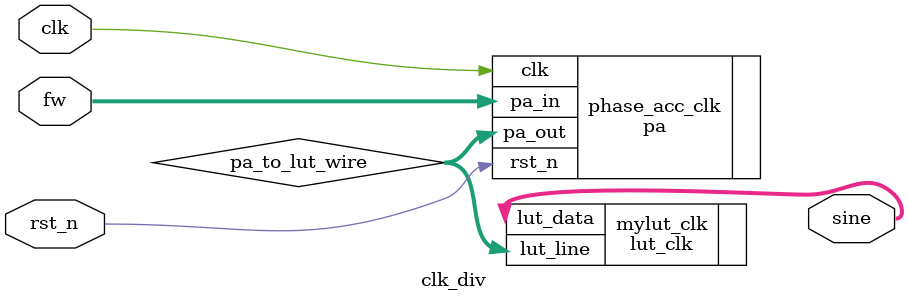
<source format=v>

`include "pa.v"
`include "lut_clk.v"
// synopsys translate_on


module clk_div
#(
    parameter      N = 10,
    parameter      M = 4
)
(
    input [N-1:0]  fw,
    input          clk,
    input          rst_n,
    output [M-1:0] sine
);


// intermediate wires //
wire  [N-1:0]     pa_to_lut_wire;

// instances //

pa  #(
        .NBIT(N)
    )
    phase_acc_clk
    (
        .clk    (clk),
        .rst_n  (rst_n),
        .pa_in  (fw),
        .pa_out (pa_to_lut_wire)
    );



lut_clk #(
        .N(N),
        .M(M)
    )
    mylut_clk
    (
        .lut_line (pa_to_lut_wire),
        .lut_data (sine)
    );

endmodule
</source>
